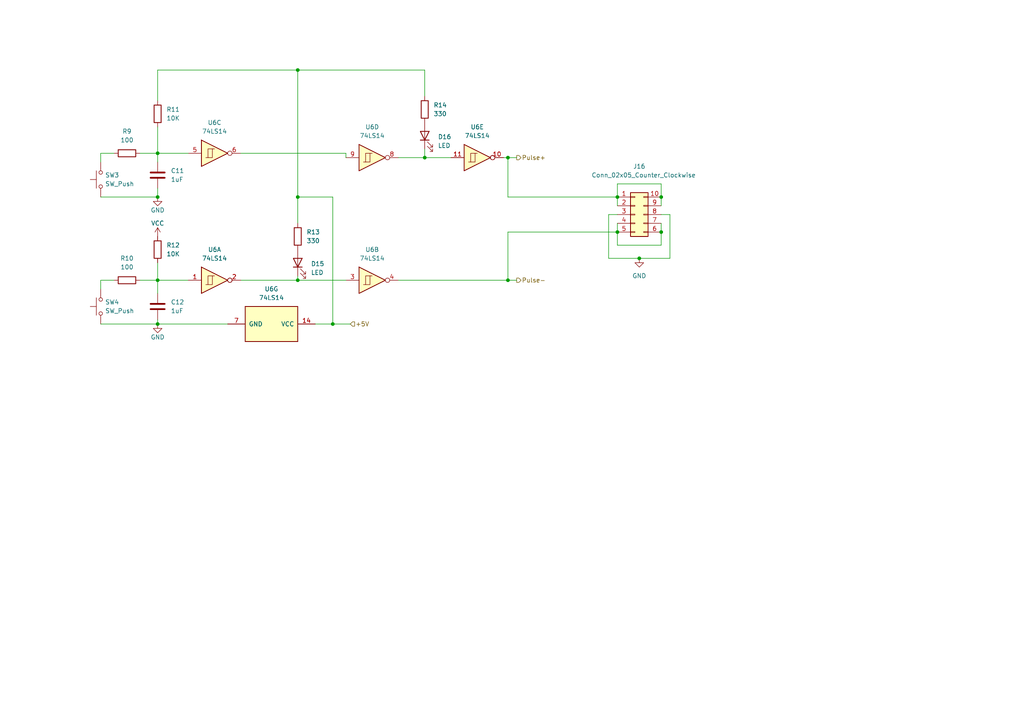
<source format=kicad_sch>
(kicad_sch (version 20211123) (generator eeschema)
  (paper "A4")
  (lib_symbols
    (symbol "74xx:74LS14" (pin_names (offset 1.016))
      (property "Reference" "U" (at 0 1.27 0))
      (property "Value" "74LS14" (at 0 -1.27 0))
      (symbol "74LS14_1_0"
        (polyline (pts (xy -3.81 3.81) (xy -3.81 -3.81) (xy 3.81 0) (xy -3.81 3.81)) (stroke (width 0.254)) (fill (type background)))
        (pin input line (at -7.62 0 0) (length 3.81) (name "~") (number "1"))
        (pin output inverted (at 7.62 0 180) (length 3.81) (name "~") (number "2"))
      )
      (symbol "74LS14_1_1"
        (polyline (pts (xy -1.905 -1.27) (xy -1.905 1.27) (xy -0.635 1.27)))
        (polyline (pts (xy -2.54 -1.27) (xy -0.635 -1.27) (xy -0.635 1.27) (xy 0 1.27)))
      )
      (symbol "74LS14_2_0"
        (polyline (pts (xy -3.81 3.81) (xy -3.81 -3.81) (xy 3.81 0) (xy -3.81 3.81)) (stroke (width 0.254)) (fill (type background)))
        (pin input line (at -7.62 0 0) (length 3.81) (name "~") (number "3"))
        (pin output inverted (at 7.62 0 180) (length 3.81) (name "~") (number "4"))
      )
      (symbol "74LS14_2_1"
        (polyline (pts (xy -1.905 -1.27) (xy -1.905 1.27) (xy -0.635 1.27)))
        (polyline (pts (xy -2.54 -1.27) (xy -0.635 -1.27) (xy -0.635 1.27) (xy 0 1.27)))
      )
      (symbol "74LS14_3_0"
        (polyline (pts (xy -3.81 3.81) (xy -3.81 -3.81) (xy 3.81 0) (xy -3.81 3.81)) (stroke (width 0.254)) (fill (type background)))
        (pin input line (at -7.62 0 0) (length 3.81) (name "~") (number "5"))
        (pin output inverted (at 7.62 0 180) (length 3.81) (name "~") (number "6"))
      )
      (symbol "74LS14_3_1"
        (polyline (pts (xy -1.905 -1.27) (xy -1.905 1.27) (xy -0.635 1.27)))
        (polyline (pts (xy -2.54 -1.27) (xy -0.635 -1.27) (xy -0.635 1.27) (xy 0 1.27)))
      )
      (symbol "74LS14_4_0"
        (polyline (pts (xy -3.81 3.81) (xy -3.81 -3.81) (xy 3.81 0) (xy -3.81 3.81)) (stroke (width 0.254)) (fill (type background)))
        (pin output inverted (at 7.62 0 180) (length 3.81) (name "~") (number "8"))
        (pin input line (at -7.62 0 0) (length 3.81) (name "~") (number "9"))
      )
      (symbol "74LS14_4_1"
        (polyline (pts (xy -1.905 -1.27) (xy -1.905 1.27) (xy -0.635 1.27)))
        (polyline (pts (xy -2.54 -1.27) (xy -0.635 -1.27) (xy -0.635 1.27) (xy 0 1.27)))
      )
      (symbol "74LS14_5_0"
        (polyline (pts (xy -3.81 3.81) (xy -3.81 -3.81) (xy 3.81 0) (xy -3.81 3.81)) (stroke (width 0.254)) (fill (type background)))
        (pin output inverted (at 7.62 0 180) (length 3.81) (name "~") (number "10"))
        (pin input line (at -7.62 0 0) (length 3.81) (name "~") (number "11"))
      )
      (symbol "74LS14_5_1"
        (polyline (pts (xy -1.905 -1.27) (xy -1.905 1.27) (xy -0.635 1.27)))
        (polyline (pts (xy -2.54 -1.27) (xy -0.635 -1.27) (xy -0.635 1.27) (xy 0 1.27)))
      )
      (symbol "74LS14_6_0"
        (polyline (pts (xy -3.81 3.81) (xy -3.81 -3.81) (xy 3.81 0) (xy -3.81 3.81)) (stroke (width 0.254)) (fill (type background)))
        (pin output inverted (at 7.62 0 180) (length 3.81) (name "~") (number "12"))
        (pin input line (at -7.62 0 0) (length 3.81) (name "~") (number "13"))
      )
      (symbol "74LS14_6_1"
        (polyline (pts (xy -1.905 -1.27) (xy -1.905 1.27) (xy -0.635 1.27)))
        (polyline (pts (xy -2.54 -1.27) (xy -0.635 -1.27) (xy -0.635 1.27) (xy 0 1.27)))
      )
      (symbol "74LS14_7_0"
        (pin power_in line (at 0 12.7 270) (length 5.08) (name "VCC") (number "14"))
        (pin power_in line (at 0 -12.7 90) (length 5.08) (name "GND") (number "7"))
      )
      (symbol "74LS14_7_1"
        (rectangle (start -5.08 7.62) (end 5.08 -7.62) (stroke (width 0.254)) (fill (type background)))
      )
    )
    (symbol "Connector_Generic:Conn_02x05_Counter_Clockwise" (pin_names (offset 1.016) hide)
      (property "Reference" "J" (at 1.27 7.62 0))
      (property "Value" "Conn_02x05_Counter_Clockwise" (at 1.27 -7.62 0))
      (symbol "Conn_02x05_Counter_Clockwise_1_1"
        (rectangle (start -1.27 -4.953) (end 0 -5.207) (stroke (width 0.1524)))
        (rectangle (start -1.27 -2.413) (end 0 -2.667) (stroke (width 0.1524)))
        (rectangle (start -1.27 0.127) (end 0 -0.127) (stroke (width 0.1524)))
        (rectangle (start -1.27 2.667) (end 0 2.413) (stroke (width 0.1524)))
        (rectangle (start -1.27 5.207) (end 0 4.953) (stroke (width 0.1524)))
        (rectangle (start -1.27 6.35) (end 3.81 -6.35) (stroke (width 0.254)) (fill (type background)))
        (rectangle (start 3.81 -4.953) (end 2.54 -5.207) (stroke (width 0.1524)))
        (rectangle (start 3.81 -2.413) (end 2.54 -2.667) (stroke (width 0.1524)))
        (rectangle (start 3.81 0.127) (end 2.54 -0.127) (stroke (width 0.1524)))
        (rectangle (start 3.81 2.667) (end 2.54 2.413) (stroke (width 0.1524)))
        (rectangle (start 3.81 5.207) (end 2.54 4.953) (stroke (width 0.1524)))
        (pin passive line (at -5.08 5.08 0) (length 3.81) (name "Pin_1") (number "1"))
        (pin passive line (at 7.62 5.08 180) (length 3.81) (name "Pin_10") (number "10"))
        (pin passive line (at -5.08 2.54 0) (length 3.81) (name "Pin_2") (number "2"))
        (pin passive line (at -5.08 0 0) (length 3.81) (name "Pin_3") (number "3"))
        (pin passive line (at -5.08 -2.54 0) (length 3.81) (name "Pin_4") (number "4"))
        (pin passive line (at -5.08 -5.08 0) (length 3.81) (name "Pin_5") (number "5"))
        (pin passive line (at 7.62 -5.08 180) (length 3.81) (name "Pin_6") (number "6"))
        (pin passive line (at 7.62 -2.54 180) (length 3.81) (name "Pin_7") (number "7"))
        (pin passive line (at 7.62 0 180) (length 3.81) (name "Pin_8") (number "8"))
        (pin passive line (at 7.62 2.54 180) (length 3.81) (name "Pin_9") (number "9"))
      )
    )
    (symbol "Device:C" (pin_numbers hide) (pin_names (offset 0.254))
      (property "Reference" "C" (at 0.635 2.54 0))
      (property "Value" "C" (at 0.635 -2.54 0))
      (symbol "C_0_1"
        (polyline (pts (xy -2.032 -0.762) (xy 2.032 -0.762)) (stroke (width 0.508)))
        (polyline (pts (xy -2.032 0.762) (xy 2.032 0.762)) (stroke (width 0.508)))
      )
      (symbol "C_1_1"
        (pin passive line (at 0 3.81 270) (length 2.794) (name "~") (number "1"))
        (pin passive line (at 0 -3.81 90) (length 2.794) (name "~") (number "2"))
      )
    )
    (symbol "Device:LED" (pin_numbers hide) (pin_names (offset 1.016) hide)
      (property "Reference" "D" (at 0 2.54 0))
      (property "Value" "LED" (at 0 -2.54 0))
      (symbol "LED_0_1"
        (polyline (pts (xy -1.27 -1.27) (xy -1.27 1.27)) (stroke (width 0.254)))
        (polyline (pts (xy -1.27 0) (xy 1.27 0)))
        (polyline (pts (xy 1.27 -1.27) (xy 1.27 1.27) (xy -1.27 0) (xy 1.27 -1.27)) (stroke (width 0.254)))
        (polyline (pts (xy -3.048 -0.762) (xy -4.572 -2.286) (xy -3.81 -2.286) (xy -4.572 -2.286) (xy -4.572 -1.524)))
        (polyline (pts (xy -1.778 -0.762) (xy -3.302 -2.286) (xy -2.54 -2.286) (xy -3.302 -2.286) (xy -3.302 -1.524)))
      )
      (symbol "LED_1_1"
        (pin passive line (at -3.81 0 0) (length 2.54) (name "K") (number "1"))
        (pin passive line (at 3.81 0 180) (length 2.54) (name "A") (number "2"))
      )
    )
    (symbol "Device:R" (pin_numbers hide) (pin_names (offset 0))
      (property "Reference" "R" (at 2.032 0 90))
      (property "Value" "R" (at 0 0 90))
      (symbol "R_0_1"
        (rectangle (start -1.016 -2.54) (end 1.016 2.54) (stroke (width 0.254)))
      )
      (symbol "R_1_1"
        (pin passive line (at 0 3.81 270) (length 1.27) (name "~") (number "1"))
        (pin passive line (at 0 -3.81 90) (length 1.27) (name "~") (number "2"))
      )
    )
    (symbol "Switch:SW_Push" (pin_numbers hide) (pin_names (offset 1.016) hide)
      (property "Reference" "SW" (at 1.27 2.54 0))
      (property "Value" "SW_Push" (at 0 -1.524 0))
      (symbol "SW_Push_0_1"
        (circle (center -2.032 0) (radius 0.508))
        (polyline (pts (xy 0 1.27) (xy 0 3.048)))
        (polyline (pts (xy 2.54 1.27) (xy -2.54 1.27)))
        (circle (center 2.032 0) (radius 0.508))
        (pin passive line (at -5.08 0 0) (length 2.54) (name "1") (number "1"))
        (pin passive line (at 5.08 0 180) (length 2.54) (name "2") (number "2"))
      )
    )
    (symbol "power:GND" (power) (pin_names (offset 0))
      (property "Value" "GND" (at 0 -3.81 0))
      (symbol "GND_0_1"
        (polyline (pts (xy 0 0) (xy 0 -1.27) (xy 1.27 -1.27) (xy 0 -2.54) (xy -1.27 -1.27) (xy 0 -1.27)))
      )
      (symbol "GND_1_1"
        (pin power_in line (at 0 0 270) (length 0) hide (name "GND") (number "1"))
      )
    )
    (symbol "power:VCC" (power) (pin_names (offset 0))
      (property "Value" "VCC" (at 0 3.81 0))
      (symbol "VCC_0_1"
        (polyline (pts (xy -0.762 1.27) (xy 0 2.54)))
        (polyline (pts (xy 0 0) (xy 0 2.54)))
        (polyline (pts (xy 0 2.54) (xy 0.762 1.27)))
      )
      (symbol "VCC_1_1"
        (pin power_in line (at 0 0 90) (length 0) hide (name "VCC") (number "1"))
      )
    )
  )
  (junction (at 147.32 45.72))
  (junction (at 45.72 93.98))
  (junction (at 45.72 44.45))
  (junction (at 86.36 81.28))
  (junction (at 123.19 45.72))
  (junction (at 45.72 57.15))
  (junction (at 45.72 81.28))
  (junction (at 86.36 57.15))
  (junction (at 185.42 74.93))
  (junction (at 179.07 67.31))
  (junction (at 147.32 81.28))
  (junction (at 179.07 57.15))
  (junction (at 191.77 57.15))
  (junction (at 191.77 67.31))
  (junction (at 86.36 20.32))
  (junction (at 96.52 93.98))
  (wire (pts (xy 29.21 93.98) (xy 45.72 93.98)))
  (wire (pts (xy 115.57 81.28) (xy 147.32 81.28)))
  (wire (pts (xy 179.07 53.34) (xy 179.07 57.15)))
  (wire (pts (xy 45.72 20.32) (xy 86.36 20.32)))
  (wire (pts (xy 33.02 81.28) (xy 29.21 81.28)))
  (wire (pts (xy 86.36 57.15) (xy 86.36 20.32)))
  (wire (pts (xy 45.72 44.45) (xy 45.72 46.99)))
  (wire (pts (xy 191.77 67.31) (xy 191.77 71.12)))
  (wire (pts (xy 123.19 45.72) (xy 130.81 45.72)))
  (wire (pts (xy 147.32 67.31) (xy 147.32 81.28)))
  (wire (pts (xy 115.57 45.72) (xy 123.19 45.72)))
  (wire (pts (xy 45.72 44.45) (xy 54.61 44.45)))
  (wire (pts (xy 29.21 81.28) (xy 29.21 83.82)))
  (wire (pts (xy 69.85 81.28) (xy 86.36 81.28)))
  (wire (pts (xy 179.07 57.15) (xy 179.07 59.69)))
  (wire (pts (xy 123.19 20.32) (xy 123.19 27.94)))
  (wire (pts (xy 191.77 64.77) (xy 191.77 67.31)))
  (wire (pts (xy 29.21 46.99) (xy 29.21 44.45)))
  (wire (pts (xy 45.72 29.21) (xy 45.72 20.32)))
  (wire (pts (xy 123.19 43.18) (xy 123.19 45.72)))
  (wire (pts (xy 194.31 62.23) (xy 194.31 74.93)))
  (wire (pts (xy 91.44 93.98) (xy 96.52 93.98)))
  (wire (pts (xy 86.36 57.15) (xy 96.52 57.15)))
  (wire (pts (xy 176.53 74.93) (xy 176.53 62.23)))
  (wire (pts (xy 40.64 81.28) (xy 45.72 81.28)))
  (wire (pts (xy 147.32 81.28) (xy 149.86 81.28)))
  (wire (pts (xy 147.32 67.31) (xy 179.07 67.31)))
  (wire (pts (xy 69.85 44.45) (xy 100.33 44.45)))
  (wire (pts (xy 191.77 62.23) (xy 194.31 62.23)))
  (wire (pts (xy 179.07 64.77) (xy 179.07 67.31)))
  (wire (pts (xy 86.36 64.77) (xy 86.36 57.15)))
  (wire (pts (xy 146.05 45.72) (xy 147.32 45.72)))
  (wire (pts (xy 45.72 36.83) (xy 45.72 44.45)))
  (wire (pts (xy 86.36 81.28) (xy 100.33 81.28)))
  (wire (pts (xy 147.32 45.72) (xy 147.32 57.15)))
  (wire (pts (xy 45.72 81.28) (xy 54.61 81.28)))
  (wire (pts (xy 86.36 20.32) (xy 123.19 20.32)))
  (wire (pts (xy 179.07 71.12) (xy 179.07 67.31)))
  (wire (pts (xy 45.72 81.28) (xy 45.72 85.09)))
  (wire (pts (xy 29.21 44.45) (xy 33.02 44.45)))
  (wire (pts (xy 147.32 57.15) (xy 179.07 57.15)))
  (wire (pts (xy 194.31 74.93) (xy 185.42 74.93)))
  (wire (pts (xy 191.77 53.34) (xy 179.07 53.34)))
  (wire (pts (xy 96.52 57.15) (xy 96.52 93.98)))
  (wire (pts (xy 45.72 93.98) (xy 66.04 93.98)))
  (wire (pts (xy 100.33 44.45) (xy 100.33 45.72)))
  (wire (pts (xy 40.64 44.45) (xy 45.72 44.45)))
  (wire (pts (xy 147.32 45.72) (xy 149.86 45.72)))
  (wire (pts (xy 96.52 93.98) (xy 101.6 93.98)))
  (wire (pts (xy 29.21 57.15) (xy 45.72 57.15)))
  (wire (pts (xy 45.72 93.98) (xy 45.72 92.71)))
  (wire (pts (xy 185.42 74.93) (xy 176.53 74.93)))
  (wire (pts (xy 45.72 76.2) (xy 45.72 81.28)))
  (wire (pts (xy 86.36 80.01) (xy 86.36 81.28)))
  (wire (pts (xy 176.53 62.23) (xy 179.07 62.23)))
  (wire (pts (xy 191.77 59.69) (xy 191.77 57.15)))
  (wire (pts (xy 45.72 57.15) (xy 45.72 54.61)))
  (wire (pts (xy 191.77 71.12) (xy 179.07 71.12)))
  (wire (pts (xy 191.77 57.15) (xy 191.77 53.34)))
  (hierarchical_label "Pulse+" (shape output) (at 149.86 45.72 0))
  (hierarchical_label "Pulse-" (shape output) (at 149.86 81.28 0))
  (hierarchical_label "+5V" (shape input) (at 101.6 93.98 0))
  (symbol (lib_id "74xx:74LS14") (at 107.95 45.72 0) (unit 4)
    (property "Reference" "U6" (at 107.95 36.83 0))
    (property "Value" "74LS14" (at 107.95 39.37 0))
    (property "Datasheet" "http://www.ti.com/lit/gpn/sn74LS14" (effects hide))
  )
  (symbol (lib_id "Device:R") (at 86.36 68.58 0) (unit 1)
    (property "Reference" "R13" (at 88.9 67.3099 0) (effects (justify left)))
    (property "Value" "330" (at 88.9 69.8499 0) (effects (justify left)))
  )
  (symbol (lib_id "74xx:74LS14") (at 62.23 81.28 0) (unit 1)
    (property "Reference" "U6" (at 62.23 72.39 0))
    (property "Value" "74LS14" (at 62.23 74.93 0))
    (property "Datasheet" "http://www.ti.com/lit/gpn/sn74LS14" (effects hide))
  )
  (symbol (lib_id "Device:R") (at 45.72 33.02 0) (unit 1)
    (property "Reference" "R11" (at 48.26 31.7499 0) (effects (justify left)))
    (property "Value" "10K" (at 48.26 34.2899 0) (effects (justify left)))
  )
  (symbol (lib_id "74xx:74LS14") (at 78.74 93.98 270) (unit 7)
    (property "Reference" "U6" (at 78.74 83.82 90))
    (property "Value" "74LS14" (at 78.74 86.36 90))
    (property "Datasheet" "http://www.ti.com/lit/gpn/sn74LS14" (effects hide))
  )
  (symbol (lib_id "Device:LED") (at 123.19 39.37 90) (unit 1)
    (property "Reference" "D16" (at 127 39.6874 90) (effects (justify right)))
    (property "Value" "LED" (at 127 42.2274 90) (effects (justify right)))
  )
  (symbol (lib_id "Switch:SW_Push") (at 29.21 52.07 90) (unit 1)
    (property "Reference" "SW3" (at 30.48 50.7999 90) (effects (justify right)))
    (property "Value" "SW_Push" (at 30.48 53.3399 90) (effects (justify right)))
  )
  (symbol (lib_id "Device:R") (at 36.83 81.28 90) (unit 1)
    (property "Reference" "R10" (at 36.83 74.93 90))
    (property "Value" "100" (at 36.83 77.47 90))
  )
  (symbol (lib_id "74xx:74LS14") (at 62.23 44.45 0) (unit 3)
    (property "Reference" "U6" (at 62.23 35.56 0))
    (property "Value" "74LS14" (at 62.23 38.1 0))
    (property "Datasheet" "http://www.ti.com/lit/gpn/sn74LS14" (effects hide))
  )
  (symbol (lib_id "power:GND") (at 185.42 74.93 0) (unit 1)
    (property "Reference" "#PWR025" (effects hide))
    (property "Value" "GND" (at 185.42 80.01 0))
  )
  (symbol (lib_id "Device:R") (at 123.19 31.75 0) (unit 1)
    (property "Reference" "R14" (at 125.73 30.4799 0) (effects (justify left)))
    (property "Value" "330" (at 125.73 33.0199 0) (effects (justify left)))
  )
  (symbol (lib_id "power:GND") (at 45.72 57.15 0) (unit 1)
    (property "Reference" "#PWR019" (effects hide))
    (property "Value" "GND" (at 45.72 60.96 0))
  )
  (symbol (lib_id "Device:LED") (at 86.36 76.2 90) (unit 1)
    (property "Reference" "D15" (at 90.17 76.5174 90) (effects (justify right)))
    (property "Value" "LED" (at 90.17 79.0574 90) (effects (justify right)))
  )
  (symbol (lib_id "Device:C") (at 45.72 50.8 0) (unit 1)
    (property "Reference" "C11" (at 49.53 49.5299 0) (effects (justify left)))
    (property "Value" "1uF" (at 49.53 52.0699 0) (effects (justify left)))
  )
  (symbol (lib_id "Device:R") (at 45.72 72.39 0) (unit 1)
    (property "Reference" "R12" (at 48.26 71.1199 0) (effects (justify left)))
    (property "Value" "10K" (at 48.26 73.6599 0) (effects (justify left)))
  )
  (symbol (lib_id "Device:C") (at 45.72 88.9 0) (unit 1)
    (property "Reference" "C12" (at 49.53 87.6299 0) (effects (justify left)))
    (property "Value" "1uF" (at 49.53 90.1699 0) (effects (justify left)))
  )
  (symbol (lib_id "power:GND") (at 45.72 93.98 0) (unit 1)
    (property "Reference" "#PWR021" (effects hide))
    (property "Value" "GND" (at 45.72 97.79 0))
  )
  (symbol (lib_id "Switch:SW_Push") (at 29.21 88.9 90) (unit 1)
    (property "Reference" "SW4" (at 30.48 87.6299 90) (effects (justify right)))
    (property "Value" "SW_Push" (at 30.48 90.1699 90) (effects (justify right)))
  )
  (symbol (lib_id "Connector_Generic:Conn_02x05_Counter_Clockwise") (at 184.15 62.23 0) (unit 1)
    (property "Reference" "J16" (at 185.42 48.26 0))
    (property "Value" "Conn_02x05_Counter_Clockwise" (at 186.69 50.8 0))
    (property "Footprint" "Connector_PinSocket_2.54mm:PinSocket_2x05_P2.54mm_Vertical" (effects hide))
  )
  (symbol (lib_id "power:VCC") (at 45.72 68.58 0) (unit 1)
    (property "Reference" "#PWR020" (effects hide))
    (property "Value" "VCC" (at 45.72 64.77 0))
  )
  (symbol (lib_id "Device:R") (at 36.83 44.45 90) (unit 1)
    (property "Reference" "R9" (at 36.83 38.1 90))
    (property "Value" "100" (at 36.83 40.64 90))
  )
  (symbol (lib_id "74xx:74LS14") (at 138.43 45.72 0) (unit 5)
    (property "Reference" "U6" (at 138.43 36.83 0))
    (property "Value" "74LS14" (at 138.43 39.37 0))
    (property "Datasheet" "http://www.ti.com/lit/gpn/sn74LS14" (effects hide))
  )
  (symbol (lib_id "74xx:74LS14") (at 107.95 81.28 0) (unit 2)
    (property "Reference" "U6" (at 107.95 72.39 0))
    (property "Value" "74LS14" (at 107.95 74.93 0))
    (property "Datasheet" "http://www.ti.com/lit/gpn/sn74LS14" (effects hide))
  )
)
</source>
